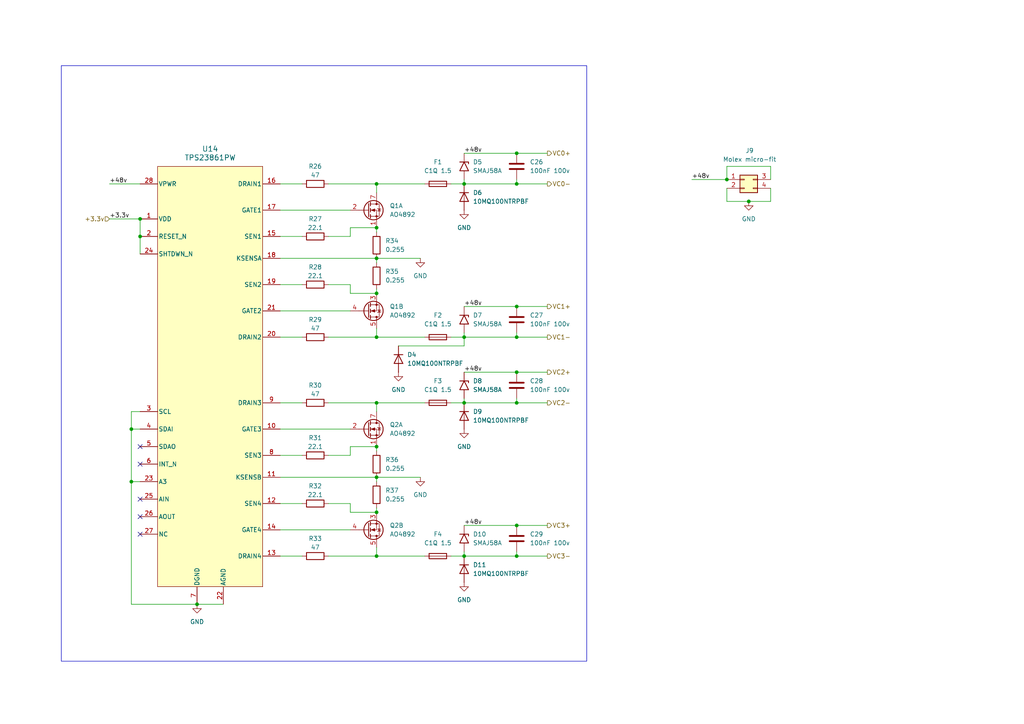
<source format=kicad_sch>
(kicad_sch (version 20250114) (generator "eeschema") (generator_version "9.0")
  (paper "A4")
  (title_block (title "Router Pi - PoE - PSE"))
  (lib_symbols
    (symbol "Connector_Generic:Conn_02x02_Top_Bottom" (pin_names (offset 1.016) (hide yes))
      (property "Reference" "J" (at 1.27 2.54 0))
      (property "Value" "Conn_02x02_Top_Bottom" (at 1.27 -5.08 0))
      (symbol "Conn_02x02_Top_Bottom_1_1"
        (rectangle (start -1.27 1.27) (end 3.81 -3.81) (stroke (width 0.254)) (fill (type background)))
        (rectangle (start -1.27 0.127) (end 0 -0.127) (stroke (width 0.1524)))
        (rectangle (start -1.27 -2.413) (end 0 -2.667) (stroke (width 0.1524)))
        (rectangle (start 3.81 0.127) (end 2.54 -0.127) (stroke (width 0.1524)))
        (rectangle (start 3.81 -2.413) (end 2.54 -2.667) (stroke (width 0.1524)))
        (pin passive line (at -5.08 0 0) (length 3.81) (name "Pin_1") (number "1"))
        (pin passive line (at -5.08 -2.54 0) (length 3.81) (name "Pin_2") (number "2"))
        (pin passive line (at 7.62 0 180) (length 3.81) (name "Pin_3") (number "3"))
        (pin passive line (at 7.62 -2.54 180) (length 3.81) (name "Pin_4") (number "4"))
      )
    )
    (symbol "Device:C" (pin_numbers (hide yes)) (pin_names (offset 0.254))
      (property "Reference" "C" (at 0.635 2.54 0))
      (property "Value" "C" (at 0.635 -2.54 0))
      (symbol "C_0_1"
        (polyline (pts (xy -2.032 0.762) (xy 2.032 0.762)) (stroke (width 0.508)))
        (polyline (pts (xy -2.032 -0.762) (xy 2.032 -0.762)) (stroke (width 0.508)))
      )
      (symbol "C_1_1"
        (pin passive line (at 0 3.81 270) (length 2.794) (name "~") (number "1"))
        (pin passive line (at 0 -3.81 90) (length 2.794) (name "~") (number "2"))
      )
    )
    (symbol "Device:D" (pin_numbers (hide yes)) (pin_names (offset 1.016) (hide yes))
      (property "Reference" "D" (at 0 2.54 0))
      (property "Value" "D" (at 0 -2.54 0))
      (symbol "D_0_1"
        (polyline (pts (xy -1.27 1.27) (xy -1.27 -1.27)) (stroke (width 0.254)))
        (polyline (pts (xy 1.27 1.27) (xy 1.27 -1.27) (xy -1.27 0) (xy 1.27 1.27)) (stroke (width 0.254)))
        (polyline (pts (xy 1.27 0) (xy -1.27 0)))
      )
      (symbol "D_1_1"
        (pin passive line (at -3.81 0 0) (length 2.54) (name "K") (number "1"))
        (pin passive line (at 3.81 0 180) (length 2.54) (name "A") (number "2"))
      )
    )
    (symbol "Device:Fuse" (pin_numbers (hide yes)) (pin_names (offset 0))
      (property "Reference" "F" (at 2.032 0 90))
      (property "Value" "Fuse" (at -1.905 0 90))
      (symbol "Fuse_0_1"
        (rectangle (start -0.762 -2.54) (end 0.762 2.54) (stroke (width 0.254)))
        (polyline (pts (xy 0 2.54) (xy 0 -2.54)))
      )
      (symbol "Fuse_1_1"
        (pin passive line (at 0 3.81 270) (length 1.27) (name "~") (number "1"))
        (pin passive line (at 0 -3.81 90) (length 1.27) (name "~") (number "2"))
      )
    )
    (symbol "Device:R" (pin_numbers (hide yes)) (pin_names (offset 0))
      (property "Reference" "R" (at 2.032 0 90))
      (property "Value" "R" (at 0 0 90))
      (symbol "R_0_1"
        (rectangle (start -1.016 -2.54) (end 1.016 2.54) (stroke (width 0.254)))
      )
      (symbol "R_1_1"
        (pin passive line (at 0 3.81 270) (length 1.27) (name "~") (number "1"))
        (pin passive line (at 0 -3.81 90) (length 1.27) (name "~") (number "2"))
      )
    )
    (symbol "Diode:SMAJ58A" (pin_numbers (hide yes)) (pin_names (offset 1.016) (hide yes))
      (property "Reference" "D" (at 0 2.54 0))
      (property "Value" "SMAJ58A" (at 0 -2.54 0))
      (symbol "SMAJ58A_0_1"
        (polyline (pts (xy -0.762 1.27) (xy -1.27 1.27) (xy -1.27 -1.27)) (stroke (width 0.254)))
        (polyline (pts (xy 1.27 1.27) (xy 1.27 -1.27) (xy -1.27 0) (xy 1.27 1.27)) (stroke (width 0.254)))
      )
      (symbol "SMAJ58A_1_1"
        (pin passive line (at -3.81 0 0) (length 2.54) (name "A1") (number "1"))
        (pin passive line (at 3.81 0 180) (length 2.54) (name "A2") (number "2"))
      )
    )
    (symbol "ROUTER-PI:TPS23861PW" (pin_names (offset 0.254))
      (property "Reference" "U" (at 0 2.54 0))
      (property "Value" "TPS23861PW" (at 0 0 0))
      (symbol "TPS23861PW_0_1"
        (pin power_in line (at -20.32 55.88 0) (length 5.08) (name "VPWR") (number "28"))
        (pin power_in line (at -20.32 45.72 0) (length 5.08) (name "VDD") (number "1"))
        (pin input line (at -20.32 40.64 0) (length 5.08) (name "RESET_N") (number "2"))
        (pin input line (at -20.32 35.56 0) (length 5.08) (name "SHTDWN_N") (number "24"))
        (pin input line (at -20.32 -10.16 0) (length 5.08) (name "SCL") (number "3"))
        (pin input line (at -20.32 -15.24 0) (length 5.08) (name "SDAI") (number "4"))
        (pin open_collector line (at -20.32 -20.32 0) (length 5.08) (name "SDAO") (number "5"))
        (pin open_collector line (at -20.32 -25.4 0) (length 5.08) (name "INT_N") (number "6"))
        (pin input line (at -20.32 -30.48 0) (length 5.08) (name "A3") (number "23"))
        (pin input line (at -20.32 -35.56 0) (length 5.08) (name "AIN") (number "25"))
        (pin open_collector line (at -20.32 -40.64 0) (length 5.08) (name "AOUT") (number "26"))
        (pin unspecified line (at -20.32 -45.72 0) (length 5.08) (name "NC") (number "27"))
        (pin power_in line (at -3.81 -66.04 90) (length 5.08) (name "DGND") (number "7"))
        (pin power_in line (at 3.81 -66.04 90) (length 5.08) (name "AGND") (number "22"))
        (pin input line (at 20.32 55.88 180) (length 5.08) (name "DRAIN1") (number "16"))
        (pin output line (at 20.32 48.26 180) (length 5.08) (name "GATE1") (number "17"))
        (pin input line (at 20.32 40.64 180) (length 5.08) (name "SEN1") (number "15"))
        (pin input line (at 20.32 34.29 180) (length 5.08) (name "KSENSA") (number "18"))
        (pin input line (at 20.32 26.67 180) (length 5.08) (name "SEN2") (number "19"))
        (pin output line (at 20.32 19.05 180) (length 5.08) (name "GATE2") (number "21"))
        (pin input line (at 20.32 11.43 180) (length 5.08) (name "DRAIN2") (number "20"))
        (pin input line (at 20.32 -7.62 180) (length 5.08) (name "DRAIN3") (number "9"))
        (pin output line (at 20.32 -15.24 180) (length 5.08) (name "GATE3") (number "10"))
        (pin input line (at 20.32 -22.86 180) (length 5.08) (name "SEN3") (number "8"))
        (pin input line (at 20.32 -29.21 180) (length 5.08) (name "KSENSB") (number "11"))
        (pin input line (at 20.32 -36.83 180) (length 5.08) (name "SEN4") (number "12"))
        (pin output line (at 20.32 -44.45 180) (length 5.08) (name "GATE4") (number "14"))
        (pin input line (at 20.32 -52.07 180) (length 5.08) (name "DRAIN4") (number "13"))
      )
      (symbol "TPS23861PW_1_1"
        (rectangle (start -15.24 60.96) (end 15.24 -60.96) (fill (type background)))
      )
    )
    (symbol "Transistor_FET:AO4892" (pin_names (hide yes))
      (property "Reference" "Q" (at 5.08 1.905 0))
      (property "Value" "AO4892" (at 5.08 0 0))
      (symbol "AO4892_0_1"
        (polyline (pts (xy 0.254 1.905) (xy 0.254 -1.905)) (stroke (width 0.254)))
        (polyline (pts (xy 0.254 0) (xy -2.54 0)))
        (polyline (pts (xy 0.762 2.286) (xy 0.762 1.27)) (stroke (width 0.254)))
        (polyline (pts (xy 0.762 0.508) (xy 0.762 -0.508)) (stroke (width 0.254)))
        (polyline (pts (xy 0.762 -1.27) (xy 0.762 -2.286)) (stroke (width 0.254)))
        (polyline (pts (xy 0.762 -1.778) (xy 3.302 -1.778) (xy 3.302 1.778) (xy 0.762 1.778)))
        (polyline (pts (xy 1.016 0) (xy 2.032 0.381) (xy 2.032 -0.381) (xy 1.016 0)) (fill (type outline)))
        (circle (center 1.651 0) (radius 2.794) (stroke (width 0.254)))
        (polyline (pts (xy 2.54 2.54) (xy 2.54 1.778)))
        (circle (center 2.54 1.778) (radius 0.254) (fill (type outline)))
        (circle (center 2.54 -1.778) (radius 0.254) (fill (type outline)))
        (polyline (pts (xy 2.54 -2.54) (xy 2.54 0) (xy 0.762 0)))
        (polyline (pts (xy 2.794 0.508) (xy 2.921 0.381) (xy 3.683 0.381) (xy 3.81 0.254)))
        (polyline (pts (xy 3.302 0.381) (xy 2.921 -0.254) (xy 3.683 -0.254) (xy 3.302 0.381)))
      )
      (symbol "AO4892_1_1"
        (pin passive line (at -5.08 0 0) (length 2.54) (name "G1") (number "2"))
        (pin passive line (at 2.54 5.08 270) (length 2.54) (name "D1") (number "7"))
        (pin passive line (at 2.54 5.08 270) (length 2.54) (hide yes) (name "D1") (number "8"))
        (pin passive line (at 2.54 -5.08 90) (length 2.54) (name "S1") (number "1"))
      )
      (symbol "AO4892_2_1"
        (pin passive line (at -5.08 0 0) (length 2.54) (name "G2") (number "4"))
        (pin passive line (at 2.54 5.08 270) (length 2.54) (name "D2") (number "5"))
        (pin passive line (at 2.54 5.08 270) (length 2.54) (hide yes) (name "D2") (number "6"))
        (pin passive line (at 2.54 -5.08 90) (length 2.54) (name "S2") (number "3"))
      )
    )
    (symbol "power:GND" (power) (pin_numbers (hide yes)) (pin_names (offset 0) (hide yes))
      (property "Value" "GND" (at 0 -3.81 0))
      (symbol "GND_0_1"
        (polyline (pts (xy 0 0) (xy 0 -1.27) (xy 1.27 -1.27) (xy 0 -2.54) (xy -1.27 -1.27) (xy 0 -1.27)))
      )
      (symbol "GND_1_1"
        (pin power_in line (at 0 0 270) (length 0) (name "~") (number "1"))
      )
    )
  )
  (rectangle (start 17.78 19.05) (end 170.18 191.77))
  (junction (at 149.86 97.79))
  (junction (at 149.86 116.84))
  (junction (at 38.1 139.7))
  (junction (at 134.62 97.79))
  (junction (at 149.86 53.34))
  (junction (at 149.86 88.9))
  (junction (at 109.22 85.09))
  (junction (at 149.86 152.4))
  (junction (at 40.64 63.5))
  (junction (at 149.86 161.29))
  (junction (at 109.22 74.93))
  (junction (at 134.62 53.34))
  (junction (at 57.15 175.26))
  (junction (at 149.86 44.45))
  (junction (at 40.64 68.58))
  (junction (at 109.22 129.54))
  (junction (at 149.86 107.95))
  (junction (at 210.82 52.07))
  (junction (at 217.17 58.42))
  (junction (at 109.22 66.04))
  (junction (at 109.22 138.43))
  (junction (at 109.22 116.84))
  (junction (at 38.1 124.46))
  (junction (at 109.22 148.59))
  (junction (at 109.22 161.29))
  (junction (at 109.22 53.34))
  (junction (at 134.62 161.29))
  (junction (at 109.22 97.79))
  (junction (at 134.62 116.84))
  (no_connect (at 40.64 149.86))
  (no_connect (at 40.64 129.54))
  (no_connect (at 40.64 144.78))
  (no_connect (at 40.64 134.62))
  (no_connect (at 40.64 154.94))
  (wire (pts (xy 134.62 100.33) (xy 134.62 97.79)))
  (wire (pts (xy 101.6 85.09) (xy 109.22 85.09)))
  (wire (pts (xy 101.6 66.04) (xy 109.22 66.04)))
  (wire (pts (xy 101.6 82.55) (xy 101.6 85.09)))
  (wire (pts (xy 134.62 44.45) (xy 149.86 44.45)))
  (wire (pts (xy 101.6 148.59) (xy 109.22 148.59)))
  (wire (pts (xy 81.28 82.55) (xy 87.63 82.55)))
  (wire (pts (xy 81.28 116.84) (xy 87.63 116.84)))
  (wire (pts (xy 109.22 53.34) (xy 109.22 55.88)))
  (wire (pts (xy 134.62 97.79) (xy 149.86 97.79)))
  (wire (pts (xy 40.64 68.58) (xy 40.64 73.66)))
  (wire (pts (xy 115.57 100.33) (xy 134.62 100.33)))
  (wire (pts (xy 40.64 119.38) (xy 38.1 119.38)))
  (wire (pts (xy 109.22 97.79) (xy 109.22 95.25)))
  (wire (pts (xy 109.22 116.84) (xy 123.19 116.84)))
  (wire (pts (xy 223.52 54.61) (xy 223.52 58.42)))
  (wire (pts (xy 149.86 88.9) (xy 158.75 88.9)))
  (wire (pts (xy 134.62 116.84) (xy 149.86 116.84)))
  (wire (pts (xy 81.28 124.46) (xy 101.6 124.46)))
  (wire (pts (xy 134.62 160.02) (xy 134.62 161.29)))
  (wire (pts (xy 130.81 53.34) (xy 134.62 53.34)))
  (wire (pts (xy 95.25 146.05) (xy 101.6 146.05)))
  (wire (pts (xy 40.64 139.7) (xy 38.1 139.7)))
  (wire (pts (xy 109.22 67.31) (xy 109.22 66.04)))
  (wire (pts (xy 109.22 116.84) (xy 109.22 119.38)))
  (wire (pts (xy 149.86 152.4) (xy 158.75 152.4)))
  (wire (pts (xy 149.86 160.02) (xy 149.86 161.29)))
  (wire (pts (xy 81.28 161.29) (xy 87.63 161.29)))
  (wire (pts (xy 158.75 161.29) (xy 149.86 161.29)))
  (wire (pts (xy 134.62 88.9) (xy 149.86 88.9)))
  (wire (pts (xy 81.28 138.43) (xy 109.22 138.43)))
  (wire (pts (xy 149.86 115.57) (xy 149.86 116.84)))
  (wire (pts (xy 149.86 107.95) (xy 158.75 107.95)))
  (wire (pts (xy 81.28 53.34) (xy 87.63 53.34)))
  (wire (pts (xy 130.81 161.29) (xy 134.62 161.29)))
  (wire (pts (xy 109.22 74.93) (xy 121.92 74.93)))
  (wire (pts (xy 149.86 52.07) (xy 149.86 53.34)))
  (wire (pts (xy 38.1 124.46) (xy 40.64 124.46)))
  (wire (pts (xy 101.6 129.54) (xy 109.22 129.54)))
  (wire (pts (xy 81.28 97.79) (xy 87.63 97.79)))
  (wire (pts (xy 149.86 116.84) (xy 158.75 116.84)))
  (wire (pts (xy 38.1 139.7) (xy 38.1 175.26)))
  (wire (pts (xy 217.17 58.42) (xy 223.52 58.42)))
  (wire (pts (xy 223.52 48.26) (xy 223.52 52.07)))
  (wire (pts (xy 95.25 82.55) (xy 101.6 82.55)))
  (wire (pts (xy 31.75 63.5) (xy 40.64 63.5)))
  (wire (pts (xy 95.25 97.79) (xy 109.22 97.79)))
  (wire (pts (xy 134.62 53.34) (xy 149.86 53.34)))
  (wire (pts (xy 101.6 146.05) (xy 101.6 148.59)))
  (wire (pts (xy 210.82 48.26) (xy 223.52 48.26)))
  (wire (pts (xy 81.28 74.93) (xy 109.22 74.93)))
  (wire (pts (xy 134.62 115.57) (xy 134.62 116.84)))
  (wire (pts (xy 95.25 116.84) (xy 109.22 116.84)))
  (wire (pts (xy 134.62 52.07) (xy 134.62 53.34)))
  (wire (pts (xy 81.28 132.08) (xy 87.63 132.08)))
  (wire (pts (xy 40.64 63.5) (xy 40.64 68.58)))
  (wire (pts (xy 109.22 85.09) (xy 109.22 83.82)))
  (wire (pts (xy 210.82 58.42) (xy 210.82 54.61)))
  (wire (pts (xy 95.25 68.58) (xy 101.6 68.58)))
  (wire (pts (xy 149.86 44.45) (xy 158.75 44.45)))
  (wire (pts (xy 109.22 76.2) (xy 109.22 74.93)))
  (wire (pts (xy 134.62 161.29) (xy 149.86 161.29)))
  (wire (pts (xy 101.6 132.08) (xy 101.6 129.54)))
  (wire (pts (xy 210.82 58.42) (xy 217.17 58.42)))
  (wire (pts (xy 134.62 96.52) (xy 134.62 97.79)))
  (wire (pts (xy 149.86 96.52) (xy 149.86 97.79)))
  (wire (pts (xy 38.1 175.26) (xy 57.15 175.26)))
  (wire (pts (xy 109.22 138.43) (xy 121.92 138.43)))
  (wire (pts (xy 81.28 60.96) (xy 101.6 60.96)))
  (wire (pts (xy 149.86 53.34) (xy 158.75 53.34)))
  (wire (pts (xy 81.28 146.05) (xy 87.63 146.05)))
  (wire (pts (xy 158.75 97.79) (xy 149.86 97.79)))
  (wire (pts (xy 57.15 175.26) (xy 64.77 175.26)))
  (wire (pts (xy 109.22 97.79) (xy 123.19 97.79)))
  (wire (pts (xy 109.22 139.7) (xy 109.22 138.43)))
  (wire (pts (xy 95.25 161.29) (xy 109.22 161.29)))
  (wire (pts (xy 38.1 124.46) (xy 38.1 139.7)))
  (wire (pts (xy 81.28 68.58) (xy 87.63 68.58)))
  (wire (pts (xy 31.75 53.34) (xy 40.64 53.34)))
  (wire (pts (xy 109.22 53.34) (xy 123.19 53.34)))
  (wire (pts (xy 130.81 97.79) (xy 134.62 97.79)))
  (wire (pts (xy 109.22 161.29) (xy 123.19 161.29)))
  (wire (pts (xy 81.28 153.67) (xy 101.6 153.67)))
  (wire (pts (xy 95.25 132.08) (xy 101.6 132.08)))
  (wire (pts (xy 101.6 68.58) (xy 101.6 66.04)))
  (wire (pts (xy 95.25 53.34) (xy 109.22 53.34)))
  (wire (pts (xy 134.62 107.95) (xy 149.86 107.95)))
  (wire (pts (xy 81.28 90.17) (xy 101.6 90.17)))
  (wire (pts (xy 109.22 161.29) (xy 109.22 158.75)))
  (wire (pts (xy 134.62 152.4) (xy 149.86 152.4)))
  (wire (pts (xy 210.82 52.07) (xy 210.82 48.26)))
  (wire (pts (xy 109.22 130.81) (xy 109.22 129.54)))
  (wire (pts (xy 200.66 52.07) (xy 210.82 52.07)))
  (wire (pts (xy 109.22 148.59) (xy 109.22 147.32)))
  (wire (pts (xy 130.81 116.84) (xy 134.62 116.84)))
  (wire (pts (xy 38.1 119.38) (xy 38.1 124.46)))
  (label "+48v" (at 31.75 53.34 0))
  (label "+48v" (at 200.66 52.07 0))
  (label "+48v" (at 134.62 152.4 0))
  (label "+48v" (at 134.62 44.45 0))
  (label "+3.3v" (at 31.75 63.5 0))
  (label "+48v" (at 134.62 107.95 0))
  (label "+48v" (at 134.62 88.9 0))
  (hierarchical_label "VC1-" (shape output) (at 158.75 97.79 0))
  (hierarchical_label "VC2+" (shape output) (at 158.75 107.95 0))
  (hierarchical_label "VC3-" (shape output) (at 158.75 161.29 0))
  (hierarchical_label "VC0-" (shape output) (at 158.75 53.34 0))
  (hierarchical_label "VC2-" (shape output) (at 158.75 116.84 0))
  (hierarchical_label "+3.3v" (shape input) (at 31.75 63.5 180))
  (hierarchical_label "VC3+" (shape output) (at 158.75 152.4 0))
  (hierarchical_label "VC0+" (shape output) (at 158.75 44.45 0))
  (hierarchical_label "VC1+" (shape output) (at 158.75 88.9 0))
  (symbol (lib_id "Diode:SMAJ58A") (at 134.62 48.26 270) (unit 1)
    (property "Reference" "D5" (at 137.16 46.9899 90) (effects (justify left)))
    (property "Value" "SMAJ58A" (at 137.16 49.5299 90) (effects (justify left)))
    (property "Footprint" "Diode_SMD:D_SMA" (effects (hide yes)))
    (property "Datasheet" "https://www.littelfuse.com/media?resourcetype=datasheets&itemid=75e32973-b177-4ee3-a0ff-cedaf1abdb93&filename=smaj-datasheet" (effects (hide yes)))
    (property "Description" "400W unidirectional Transient Voltage Suppressor, 58.0Vr, SMA(DO-214AC)" (effects (hide yes)))
  )
  (symbol (lib_id "Transistor_FET:AO4892") (at 106.68 153.67 0) (mirror x) (unit 2)
    (property "Reference" "Q2" (at 113.03 152.3999 0) (effects (justify left)))
    (property "Value" "AO4892" (at 113.03 154.9399 0) (effects (justify left)))
    (property "Footprint" "Package_SO:SOIC-8_3.9x4.9mm_P1.27mm" (effects (hide yes)))
    (property "Datasheet" "https://aosmd.com/sites/default/files/res/datasheets/AO4892.pdf" (effects (hide yes)))
    (property "Description" "4A Id, 100V Vds, Dual N-Channel MOSFET, 68mOhm Ron, SO-8" (effects (hide yes)))
  )
  (symbol (lib_id "Device:D") (at 134.62 120.65 270) (unit 1)
    (property "Reference" "D9" (at 137.16 119.3799 90) (effects (justify left)))
    (property "Value" "10MQ100NTRPBF" (at 137.16 121.9199 90) (effects (justify left)))
    (property "Footprint" "Diode_SMD:D_SMA" (effects (hide yes)))
    (property "Description" "Diode" (effects (hide yes)))
    (property "Sim.Device" "D" (effects (hide yes)))
    (property "Sim.Pins" "1=K 2=A" (effects (hide yes)))
  )
  (symbol (lib_id "Device:R") (at 91.44 161.29 90) (unit 1)
    (property "Reference" "R33" (at 91.44 156.21 90))
    (property "Value" "47" (at 91.44 158.75 90))
    (property "Footprint" "Resistor_SMD:R_0603_1608Metric_Pad0.98x0.95mm_HandSolder" (effects (hide yes)))
    (property "Description" "Resistor" (effects (hide yes)))
  )
  (symbol (lib_id "Diode:SMAJ58A") (at 134.62 156.21 270) (unit 1)
    (property "Reference" "D10" (at 137.16 154.9399 90) (effects (justify left)))
    (property "Value" "SMAJ58A" (at 137.16 157.4799 90) (effects (justify left)))
    (property "Footprint" "Diode_SMD:D_SMA" (effects (hide yes)))
    (property "Datasheet" "https://www.littelfuse.com/media?resourcetype=datasheets&itemid=75e32973-b177-4ee3-a0ff-cedaf1abdb93&filename=smaj-datasheet" (effects (hide yes)))
    (property "Description" "400W unidirectional Transient Voltage Suppressor, 58.0Vr, SMA(DO-214AC)" (effects (hide yes)))
  )
  (symbol (lib_id "Transistor_FET:AO4892") (at 106.68 90.17 0) (mirror x) (unit 2)
    (property "Reference" "Q1" (at 113.03 88.8999 0) (effects (justify left)))
    (property "Value" "AO4892" (at 113.03 91.4399 0) (effects (justify left)))
    (property "Footprint" "Package_SO:SOIC-8_3.9x4.9mm_P1.27mm" (effects (hide yes)))
    (property "Datasheet" "https://aosmd.com/sites/default/files/res/datasheets/AO4892.pdf" (effects (hide yes)))
    (property "Description" "4A Id, 100V Vds, Dual N-Channel MOSFET, 68mOhm Ron, SO-8" (effects (hide yes)))
  )
  (symbol (lib_id "power:GND") (at 121.92 138.43 0) (unit 1)
    (property "Reference" "#PWR038" (effects (hide yes)))
    (property "Value" "GND" (at 121.92 143.51 0))
    (property "Description" "Power symbol creates a global label with name \"GND\" , ground" (effects (hide yes)))
  )
  (symbol (lib_id "Device:R") (at 91.44 132.08 90) (unit 1)
    (property "Reference" "R31" (at 91.44 127 90))
    (property "Value" "22.1" (at 91.44 129.54 90))
    (property "Footprint" "Resistor_SMD:R_0603_1608Metric_Pad0.98x0.95mm_HandSolder" (effects (hide yes)))
    (property "Description" "Resistor" (effects (hide yes)))
  )
  (symbol (lib_id "Device:C") (at 149.86 111.76 0) (unit 1)
    (property "Reference" "C28" (at 153.67 110.4899 0) (effects (justify left)))
    (property "Value" "100nF 100v" (at 153.67 113.0299 0) (effects (justify left)))
    (property "Footprint" "Capacitor_SMD:C_0603_1608Metric_Pad1.08x0.95mm_HandSolder" (effects (hide yes)))
    (property "Description" "Unpolarized capacitor" (effects (hide yes)))
  )
  (symbol (lib_id "power:GND") (at 134.62 124.46 0) (unit 1)
    (property "Reference" "#PWR040" (effects (hide yes)))
    (property "Value" "GND" (at 134.62 129.54 0))
    (property "Description" "Power symbol creates a global label with name \"GND\" , ground" (effects (hide yes)))
  )
  (symbol (lib_id "Diode:SMAJ58A") (at 134.62 92.71 270) (unit 1)
    (property "Reference" "D7" (at 137.16 91.4399 90) (effects (justify left)))
    (property "Value" "SMAJ58A" (at 137.16 93.9799 90) (effects (justify left)))
    (property "Footprint" "Diode_SMD:D_SMA" (effects (hide yes)))
    (property "Datasheet" "https://www.littelfuse.com/media?resourcetype=datasheets&itemid=75e32973-b177-4ee3-a0ff-cedaf1abdb93&filename=smaj-datasheet" (effects (hide yes)))
    (property "Description" "400W unidirectional Transient Voltage Suppressor, 58.0Vr, SMA(DO-214AC)" (effects (hide yes)))
  )
  (symbol (lib_id "Connector_Generic:Conn_02x02_Top_Bottom") (at 215.9 52.07 0) (unit 1)
    (property "Reference" "J9" (at 217.424 43.688 0))
    (property "Value" "Molex micro-fit" (at 217.424 46.228 0))
    (property "Footprint" "Connector_Molex:Molex_Micro-Fit_3.0_43045-0400_2x02_P3.00mm_Horizontal" (effects (hide yes)))
    (property "Description" "Generic connector, double row, 02x02, top/bottom pin numbering scheme (row 1: 1...pins_per_row, row2: pins_per_row+1 ... num_pins), script generated (kicad-library-utils/schlib/autogen/connector/)" (effects (hide yes)))
  )
  (symbol (lib_id "Transistor_FET:AO4892") (at 106.68 60.96 0) (unit 1)
    (property "Reference" "Q1" (at 113.03 59.6899 0) (effects (justify left)))
    (property "Value" "AO4892" (at 113.03 62.2299 0) (effects (justify left)))
    (property "Footprint" "Package_SO:SOIC-8_3.9x4.9mm_P1.27mm" (effects (hide yes)))
    (property "Datasheet" "https://aosmd.com/sites/default/files/res/datasheets/AO4892.pdf" (effects (hide yes)))
    (property "Description" "4A Id, 100V Vds, Dual N-Channel MOSFET, 68mOhm Ron, SO-8" (effects (hide yes)))
  )
  (symbol (lib_id "Device:R") (at 109.22 134.62 0) (unit 1)
    (property "Reference" "R36" (at 111.76 133.3499 0) (effects (justify left)))
    (property "Value" "0.255" (at 111.76 135.8899 0) (effects (justify left)))
    (property "Footprint" "Resistor_SMD:R_0603_1608Metric_Pad0.98x0.95mm_HandSolder" (effects (hide yes)))
    (property "Description" "Resistor" (effects (hide yes)))
  )
  (symbol (lib_id "Device:C") (at 149.86 48.26 0) (unit 1)
    (property "Reference" "C26" (at 153.67 46.9899 0) (effects (justify left)))
    (property "Value" "100nF 100v" (at 153.67 49.5299 0) (effects (justify left)))
    (property "Footprint" "Capacitor_SMD:C_0603_1608Metric_Pad1.08x0.95mm_HandSolder" (effects (hide yes)))
    (property "Description" "Unpolarized capacitor" (effects (hide yes)))
  )
  (symbol (lib_id "Device:D") (at 115.57 104.14 270) (unit 1)
    (property "Reference" "D4" (at 118.11 102.8699 90) (effects (justify left)))
    (property "Value" "10MQ100NTRPBF" (at 118.11 105.4099 90) (effects (justify left)))
    (property "Footprint" "Diode_SMD:D_SMA" (effects (hide yes)))
    (property "Description" "Diode" (effects (hide yes)))
    (property "Sim.Device" "D" (effects (hide yes)))
    (property "Sim.Pins" "1=K 2=A" (effects (hide yes)))
  )
  (symbol (lib_id "Device:R") (at 91.44 116.84 90) (unit 1)
    (property "Reference" "R30" (at 91.44 111.76 90))
    (property "Value" "47" (at 91.44 114.3 90))
    (property "Footprint" "Resistor_SMD:R_0603_1608Metric_Pad0.98x0.95mm_HandSolder" (effects (hide yes)))
    (property "Description" "Resistor" (effects (hide yes)))
  )
  (symbol (lib_id "power:GND") (at 134.62 168.91 0) (unit 1)
    (property "Reference" "#PWR041" (effects (hide yes)))
    (property "Value" "GND" (at 134.62 173.99 0))
    (property "Description" "Power symbol creates a global label with name \"GND\" , ground" (effects (hide yes)))
  )
  (symbol (lib_id "Device:R") (at 91.44 82.55 90) (unit 1)
    (property "Reference" "R28" (at 91.44 77.47 90))
    (property "Value" "22.1" (at 91.44 80.01 90))
    (property "Footprint" "Resistor_SMD:R_0603_1608Metric_Pad0.98x0.95mm_HandSolder" (effects (hide yes)))
    (property "Description" "Resistor" (effects (hide yes)))
  )
  (symbol (lib_id "Device:Fuse") (at 127 53.34 90) (unit 1)
    (property "Reference" "F1" (at 127 46.99 90))
    (property "Value" "C1Q 1.5" (at 127 49.53 90))
    (property "Footprint" "Fuse:Fuse_1206_3216Metric" (effects (hide yes)))
    (property "Description" "Fuse" (effects (hide yes)))
  )
  (symbol (lib_id "Device:C") (at 149.86 156.21 0) (unit 1)
    (property "Reference" "C29" (at 153.67 154.9399 0) (effects (justify left)))
    (property "Value" "100nF 100v" (at 153.67 157.4799 0) (effects (justify left)))
    (property "Footprint" "Capacitor_SMD:C_0603_1608Metric_Pad1.08x0.95mm_HandSolder" (effects (hide yes)))
    (property "Description" "Unpolarized capacitor" (effects (hide yes)))
  )
  (symbol (lib_id "power:GND") (at 134.62 60.96 0) (unit 1)
    (property "Reference" "#PWR039" (effects (hide yes)))
    (property "Value" "GND" (at 134.62 66.04 0))
    (property "Description" "Power symbol creates a global label with name \"GND\" , ground" (effects (hide yes)))
  )
  (symbol (lib_id "Diode:SMAJ58A") (at 134.62 111.76 270) (unit 1)
    (property "Reference" "D8" (at 137.16 110.4899 90) (effects (justify left)))
    (property "Value" "SMAJ58A" (at 137.16 113.0299 90) (effects (justify left)))
    (property "Footprint" "Diode_SMD:D_SMA" (effects (hide yes)))
    (property "Datasheet" "https://www.littelfuse.com/media?resourcetype=datasheets&itemid=75e32973-b177-4ee3-a0ff-cedaf1abdb93&filename=smaj-datasheet" (effects (hide yes)))
    (property "Description" "400W unidirectional Transient Voltage Suppressor, 58.0Vr, SMA(DO-214AC)" (effects (hide yes)))
  )
  (symbol (lib_id "Device:R") (at 109.22 80.01 0) (unit 1)
    (property "Reference" "R35" (at 111.76 78.7399 0) (effects (justify left)))
    (property "Value" "0.255" (at 111.76 81.2799 0) (effects (justify left)))
    (property "Footprint" "Resistor_SMD:R_0603_1608Metric_Pad0.98x0.95mm_HandSolder" (effects (hide yes)))
    (property "Description" "Resistor" (effects (hide yes)))
  )
  (symbol (lib_id "Device:D") (at 134.62 165.1 270) (unit 1)
    (property "Reference" "D11" (at 137.16 163.8299 90) (effects (justify left)))
    (property "Value" "10MQ100NTRPBF" (at 137.16 166.3699 90) (effects (justify left)))
    (property "Footprint" "Diode_SMD:D_SMA" (effects (hide yes)))
    (property "Description" "Diode" (effects (hide yes)))
    (property "Sim.Device" "D" (effects (hide yes)))
    (property "Sim.Pins" "1=K 2=A" (effects (hide yes)))
  )
  (symbol (lib_id "Device:C") (at 149.86 92.71 0) (unit 1)
    (property "Reference" "C27" (at 153.67 91.4399 0) (effects (justify left)))
    (property "Value" "100nF 100v" (at 153.67 93.9799 0) (effects (justify left)))
    (property "Footprint" "Capacitor_SMD:C_0603_1608Metric_Pad1.08x0.95mm_HandSolder" (effects (hide yes)))
    (property "Description" "Unpolarized capacitor" (effects (hide yes)))
  )
  (symbol (lib_id "Device:R") (at 91.44 68.58 90) (unit 1)
    (property "Reference" "R27" (at 91.44 63.5 90))
    (property "Value" "22.1" (at 91.44 66.04 90))
    (property "Footprint" "Resistor_SMD:R_0603_1608Metric_Pad0.98x0.95mm_HandSolder" (effects (hide yes)))
    (property "Description" "Resistor" (effects (hide yes)))
  )
  (symbol (lib_id "Device:R") (at 91.44 97.79 90) (unit 1)
    (property "Reference" "R29" (at 91.44 92.71 90))
    (property "Value" "47" (at 91.44 95.25 90))
    (property "Footprint" "Resistor_SMD:R_0603_1608Metric_Pad0.98x0.95mm_HandSolder" (effects (hide yes)))
    (property "Description" "Resistor" (effects (hide yes)))
  )
  (symbol (lib_id "ROUTER-PI:TPS23861PW") (at 60.96 109.22 0) (unit 1)
    (property "Reference" "U14" (at 60.96 43.18 0) (effects (font (size 1.524 1.524))))
    (property "Value" "TPS23861PW" (at 60.96 45.72 0) (effects (font (size 1.524 1.524))))
    (property "Footprint" "Package_SO:TSSOP-28_4.4x9.7mm_P0.65mm" (effects (hide yes)))
    (property "Datasheet" "https://www.ti.com/lit/gpn/tps23861" (effects (hide yes)))
  )
  (symbol (lib_id "power:GND") (at 115.57 107.95 0) (unit 1)
    (property "Reference" "#PWR036" (effects (hide yes)))
    (property "Value" "GND" (at 115.57 113.03 0))
    (property "Description" "Power symbol creates a global label with name \"GND\" , ground" (effects (hide yes)))
  )
  (symbol (lib_id "power:GND") (at 121.92 74.93 0) (unit 1)
    (property "Reference" "#PWR037" (effects (hide yes)))
    (property "Value" "GND" (at 121.92 80.01 0))
    (property "Description" "Power symbol creates a global label with name \"GND\" , ground" (effects (hide yes)))
  )
  (symbol (lib_id "Device:Fuse") (at 127 97.79 90) (unit 1)
    (property "Reference" "F2" (at 127 91.44 90))
    (property "Value" "C1Q 1.5" (at 127 93.98 90))
    (property "Footprint" "Fuse:Fuse_1206_3216Metric" (effects (hide yes)))
    (property "Description" "Fuse" (effects (hide yes)))
  )
  (symbol (lib_id "Transistor_FET:AO4892") (at 106.68 124.46 0) (unit 1)
    (property "Reference" "Q2" (at 113.03 123.1899 0) (effects (justify left)))
    (property "Value" "AO4892" (at 113.03 125.7299 0) (effects (justify left)))
    (property "Footprint" "Package_SO:SOIC-8_3.9x4.9mm_P1.27mm" (effects (hide yes)))
    (property "Datasheet" "https://aosmd.com/sites/default/files/res/datasheets/AO4892.pdf" (effects (hide yes)))
    (property "Description" "4A Id, 100V Vds, Dual N-Channel MOSFET, 68mOhm Ron, SO-8" (effects (hide yes)))
  )
  (symbol (lib_id "Device:D") (at 134.62 57.15 270) (unit 1)
    (property "Reference" "D6" (at 137.16 55.8799 90) (effects (justify left)))
    (property "Value" "10MQ100NTRPBF" (at 137.16 58.4199 90) (effects (justify left)))
    (property "Footprint" "Diode_SMD:D_SMA" (effects (hide yes)))
    (property "Description" "Diode" (effects (hide yes)))
    (property "Sim.Device" "D" (effects (hide yes)))
    (property "Sim.Pins" "1=K 2=A" (effects (hide yes)))
  )
  (symbol (lib_id "Device:Fuse") (at 127 161.29 90) (unit 1)
    (property "Reference" "F4" (at 127 154.94 90))
    (property "Value" "C1Q 1.5" (at 127 157.48 90))
    (property "Footprint" "Fuse:Fuse_1206_3216Metric" (effects (hide yes)))
    (property "Description" "Fuse" (effects (hide yes)))
  )
  (symbol (lib_id "Device:R") (at 91.44 146.05 90) (unit 1)
    (property "Reference" "R32" (at 91.44 140.97 90))
    (property "Value" "22.1" (at 91.44 143.51 90))
    (property "Footprint" "Resistor_SMD:R_0603_1608Metric_Pad0.98x0.95mm_HandSolder" (effects (hide yes)))
    (property "Description" "Resistor" (effects (hide yes)))
  )
  (symbol (lib_id "Device:Fuse") (at 127 116.84 90) (unit 1)
    (property "Reference" "F3" (at 127 110.49 90))
    (property "Value" "C1Q 1.5" (at 127 113.03 90))
    (property "Footprint" "Fuse:Fuse_1206_3216Metric" (effects (hide yes)))
    (property "Description" "Fuse" (effects (hide yes)))
  )
  (symbol (lib_id "Device:R") (at 91.44 53.34 90) (unit 1)
    (property "Reference" "R26" (at 91.44 48.26 90))
    (property "Value" "47" (at 91.44 50.8 90))
    (property "Footprint" "Resistor_SMD:R_0603_1608Metric_Pad0.98x0.95mm_HandSolder" (effects (hide yes)))
    (property "Description" "Resistor" (effects (hide yes)))
  )
  (symbol (lib_id "Device:R") (at 109.22 143.51 0) (unit 1)
    (property "Reference" "R37" (at 111.76 142.2399 0) (effects (justify left)))
    (property "Value" "0.255" (at 111.76 144.7799 0) (effects (justify left)))
    (property "Footprint" "Resistor_SMD:R_0603_1608Metric_Pad0.98x0.95mm_HandSolder" (effects (hide yes)))
    (property "Description" "Resistor" (effects (hide yes)))
  )
  (symbol (lib_id "Device:R") (at 109.22 71.12 0) (unit 1)
    (property "Reference" "R34" (at 111.76 69.8499 0) (effects (justify left)))
    (property "Value" "0.255" (at 111.76 72.3899 0) (effects (justify left)))
    (property "Footprint" "Resistor_SMD:R_0603_1608Metric_Pad0.98x0.95mm_HandSolder" (effects (hide yes)))
    (property "Description" "Resistor" (effects (hide yes)))
  )
  (symbol (lib_id "power:GND") (at 217.17 58.42 0) (unit 1)
    (property "Reference" "#PWR042" (effects (hide yes)))
    (property "Value" "GND" (at 217.17 63.5 0))
    (property "Description" "Power symbol creates a global label with name \"GND\" , ground" (effects (hide yes)))
  )
  (symbol (lib_id "power:GND") (at 57.15 175.26 0) (unit 1)
    (property "Reference" "#PWR035" (effects (hide yes)))
    (property "Value" "GND" (at 57.15 180.34 0))
    (property "Description" "Power symbol creates a global label with name \"GND\" , ground" (effects (hide yes)))
  )
)
</source>
